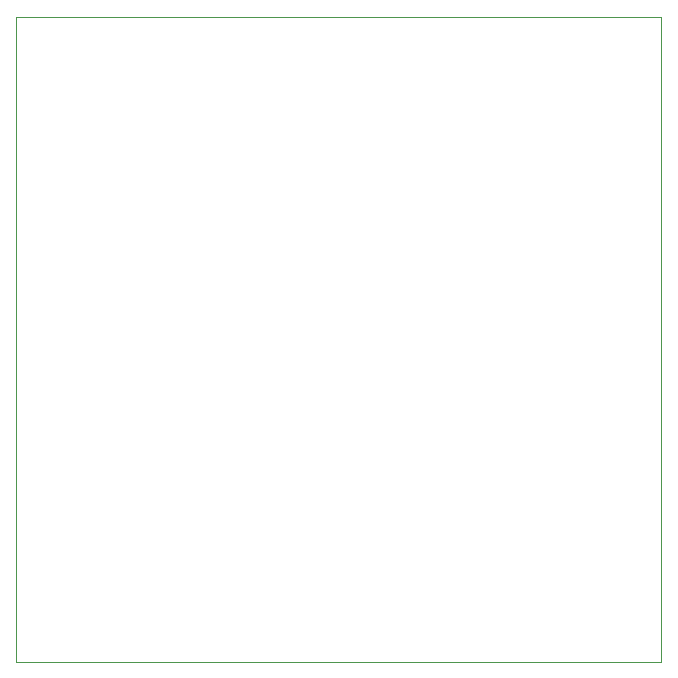
<source format=gbr>
%TF.GenerationSoftware,KiCad,Pcbnew,5.1.9+dfsg1-1*%
%TF.CreationDate,2021-08-08T23:21:56+02:00*%
%TF.ProjectId,holobot_esp32,686f6c6f-626f-4745-9f65-737033322e6b,rev?*%
%TF.SameCoordinates,Original*%
%TF.FileFunction,Profile,NP*%
%FSLAX46Y46*%
G04 Gerber Fmt 4.6, Leading zero omitted, Abs format (unit mm)*
G04 Created by KiCad (PCBNEW 5.1.9+dfsg1-1) date 2021-08-08 23:21:56*
%MOMM*%
%LPD*%
G01*
G04 APERTURE LIST*
%TA.AperFunction,Profile*%
%ADD10C,0.050000*%
%TD*%
G04 APERTURE END LIST*
D10*
X87630000Y-71120000D02*
X87630000Y-125730000D01*
X142240000Y-71120000D02*
X87630000Y-71120000D01*
X142240000Y-71755000D02*
X142240000Y-71120000D01*
X142240000Y-125730000D02*
X142240000Y-71755000D01*
X87630000Y-125730000D02*
X142240000Y-125730000D01*
M02*

</source>
